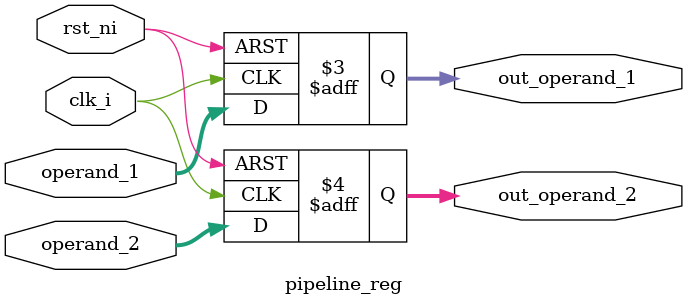
<source format=sv>
`timescale 1ns / 1ps

module pipeline_reg(
    input                   clk_i,
    input                   rst_ni,
    
    input           [07:00] operand_1,
    input           [07:00] operand_2,
    
    output   logic  [07:00] out_operand_1,
    output   logic  [07:00] out_operand_2 
    );
    
    always_ff@(posedge clk_i or negedge rst_ni)begin
        if(!rst_ni)begin
            out_operand_1   <=  8'b0;
            out_operand_2   <=  8'b0;
        end
        else begin
            out_operand_1   <=  operand_1;
            out_operand_2   <=  operand_2;
        end
    end
endmodule

</source>
